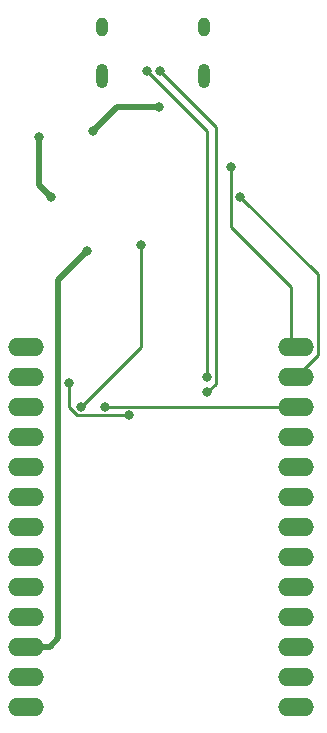
<source format=gbl>
G04 #@! TF.GenerationSoftware,KiCad,Pcbnew,5.1.10-88a1d61d58~88~ubuntu20.04.1*
G04 #@! TF.CreationDate,2021-05-29T18:13:10+02:00*
G04 #@! TF.ProjectId,wt32-eth01-programmer,77743332-2d65-4746-9830-312d70726f67,rev?*
G04 #@! TF.SameCoordinates,Original*
G04 #@! TF.FileFunction,Copper,L2,Bot*
G04 #@! TF.FilePolarity,Positive*
%FSLAX46Y46*%
G04 Gerber Fmt 4.6, Leading zero omitted, Abs format (unit mm)*
G04 Created by KiCad (PCBNEW 5.1.10-88a1d61d58~88~ubuntu20.04.1) date 2021-05-29 18:13:10*
%MOMM*%
%LPD*%
G01*
G04 APERTURE LIST*
G04 #@! TA.AperFunction,ComponentPad*
%ADD10O,3.048000X1.524000*%
G04 #@! TD*
G04 #@! TA.AperFunction,ComponentPad*
%ADD11O,1.000000X2.100000*%
G04 #@! TD*
G04 #@! TA.AperFunction,ComponentPad*
%ADD12O,1.000000X1.600000*%
G04 #@! TD*
G04 #@! TA.AperFunction,ViaPad*
%ADD13C,0.800000*%
G04 #@! TD*
G04 #@! TA.AperFunction,Conductor*
%ADD14C,0.500000*%
G04 #@! TD*
G04 #@! TA.AperFunction,Conductor*
%ADD15C,0.250000*%
G04 #@! TD*
G04 APERTURE END LIST*
D10*
X78105000Y-104140000D03*
X78105000Y-73660000D03*
X78105000Y-76200000D03*
X78105000Y-78740000D03*
X78105000Y-81280000D03*
X78105000Y-83820000D03*
X78105000Y-86360000D03*
X78105000Y-88900000D03*
X78105000Y-91440000D03*
X78105000Y-93980000D03*
X78105000Y-96520000D03*
X78105000Y-99060000D03*
X78105000Y-101600000D03*
X55245000Y-104140000D03*
X55245000Y-101600000D03*
X55245000Y-99060000D03*
X55245000Y-96520000D03*
X55245000Y-93980000D03*
X55245000Y-91440000D03*
X55245000Y-88900000D03*
X55245000Y-86360000D03*
X55245000Y-83820000D03*
X55245000Y-81280000D03*
X55245000Y-78740000D03*
X55245000Y-76200000D03*
X55245000Y-73660000D03*
D11*
X61720000Y-50755000D03*
X70360000Y-50755000D03*
D12*
X70360000Y-46575000D03*
X61720000Y-46575000D03*
D13*
X57404000Y-60960000D03*
X56388000Y-55880000D03*
X60452000Y-65532000D03*
X60960000Y-55372000D03*
X66548000Y-53340000D03*
X72644000Y-58420000D03*
X73369000Y-60960000D03*
X65532000Y-50292000D03*
X70612000Y-76200000D03*
X66575239Y-50309933D03*
X70612000Y-77516990D03*
X59944000Y-78740000D03*
X65024000Y-65024000D03*
X64008000Y-79465000D03*
X58928000Y-76708000D03*
X61976000Y-78740000D03*
D14*
X57404000Y-60960000D02*
X56388000Y-59944000D01*
X56388000Y-55880000D02*
X56388000Y-59944000D01*
X57269000Y-99060000D02*
X55245000Y-99060000D01*
X57977999Y-98351001D02*
X57269000Y-99060000D01*
X57977999Y-68006001D02*
X57977999Y-98351001D01*
X60452000Y-65532000D02*
X57977999Y-68006001D01*
X62992000Y-53340000D02*
X66548000Y-53340000D01*
X60960000Y-55372000D02*
X62992000Y-53340000D01*
D15*
X72644000Y-63500000D02*
X77724000Y-68580000D01*
X72644000Y-58420000D02*
X72644000Y-63500000D01*
X77724000Y-73279000D02*
X78105000Y-73660000D01*
X77724000Y-68580000D02*
X77724000Y-73279000D01*
X79954010Y-74350990D02*
X78105000Y-76200000D01*
X79954010Y-67545010D02*
X79954010Y-74350990D01*
X73369000Y-60960000D02*
X79954010Y-67545010D01*
X70612000Y-55372000D02*
X70612000Y-76200000D01*
X65532000Y-50292000D02*
X70612000Y-55372000D01*
X71337001Y-76791989D02*
X70612000Y-77516990D01*
X71337001Y-55071695D02*
X71337001Y-76791989D01*
X66575239Y-50309933D02*
X71337001Y-55071695D01*
X59944000Y-78740000D02*
X65024000Y-73660000D01*
X65024000Y-73660000D02*
X65024000Y-65024000D01*
X58928000Y-78797002D02*
X58928000Y-76708000D01*
X59595998Y-79465000D02*
X58928000Y-78797002D01*
X64008000Y-79465000D02*
X59595998Y-79465000D01*
X61976000Y-78740000D02*
X78105000Y-78740000D01*
M02*

</source>
